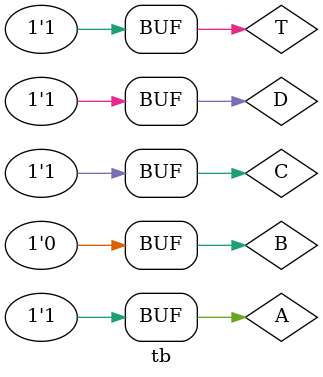
<source format=v>
`include "project.v"

module tb;
    reg T,A,B,C,D;
    wire E,F,G,H,V;
    project P1 (T,A,B,C,D,E,F,G,H,V);

    initial begin
        $dumpfile("projecttb.vcd");
        $dumpvars(0,tb);
    end
    initial begin
	$display("T|A B C D | E F G H|V");
        $monitor("%b|%b %b %b %b | %b %b %b %b|%b",T,A,B,C,D,E,F,G,H,V);
	T=1'b1;
	A=1'b1;
	B=1'b0;
	C=1'b1;
	D=1'b1;
    end 
endmodule



            
            

</source>
